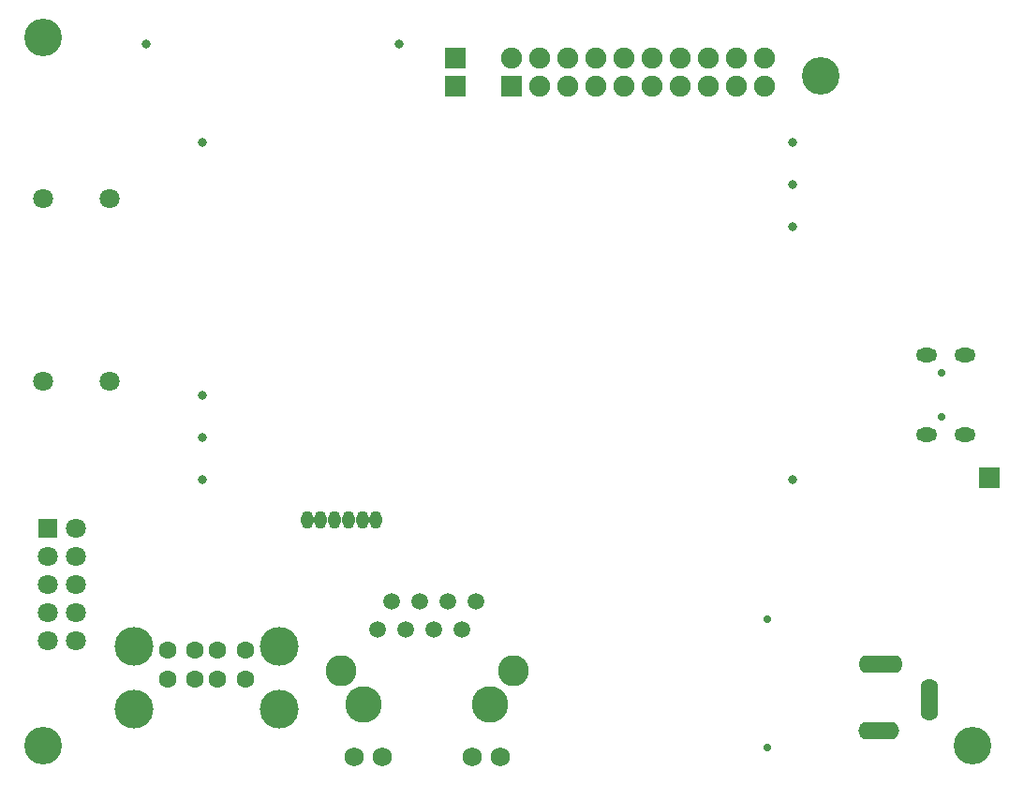
<source format=gbr>
%TF.GenerationSoftware,KiCad,Pcbnew,5.1.6-c6e7f7d~87~ubuntu18.04.1*%
%TF.CreationDate,2021-01-15T14:59:15+02:00*%
%TF.ProjectId,STMP1(A13)-SOM-EVB_Rev_B,53544d50-3128-4413-9133-292d534f4d2d,B*%
%TF.SameCoordinates,Original*%
%TF.FileFunction,Soldermask,Bot*%
%TF.FilePolarity,Negative*%
%FSLAX46Y46*%
G04 Gerber Fmt 4.6, Leading zero omitted, Abs format (unit mm)*
G04 Created by KiCad (PCBNEW 5.1.6-c6e7f7d~87~ubuntu18.04.1) date 2021-01-15 14:59:15*
%MOMM*%
%LPD*%
G01*
G04 APERTURE LIST*
%ADD10C,3.501600*%
%ADD11C,1.601600*%
%ADD12C,0.801600*%
%ADD13C,0.701600*%
%ADD14C,1.801600*%
%ADD15C,1.511600*%
%ADD16C,1.751600*%
%ADD17C,2.801600*%
%ADD18C,3.301600*%
%ADD19O,4.001600X1.601600*%
%ADD20O,3.701600X1.601600*%
%ADD21O,1.601600X3.801600*%
%ADD22R,1.801600X1.801600*%
%ADD23C,3.401601*%
%ADD24C,1.901600*%
%ADD25R,1.851600X1.851600*%
%ADD26O,1.901600X1.301600*%
%ADD27O,1.101600X1.601600*%
%ADD28R,1.879600X1.879600*%
G04 APERTURE END LIST*
D10*
%TO.C,USB_HOST1*%
X113175000Y-90000000D03*
X126315000Y-90000000D03*
X126315000Y-95700000D03*
X113175000Y-95700000D03*
D11*
X123245000Y-93000000D03*
X120745000Y-93000000D03*
X118745000Y-93000000D03*
X116245000Y-93000000D03*
X123245000Y-90380000D03*
X120745000Y-90380000D03*
X118745000Y-90380000D03*
X116245000Y-90380000D03*
%TD*%
D12*
%TO.C,GPIO-3*%
X119380000Y-74930000D03*
X119380000Y-71120000D03*
%TD*%
%TO.C,GPIO-2*%
X172720000Y-44450000D03*
X172720000Y-48260000D03*
%TD*%
%TO.C,LCD_TR1*%
X119380000Y-67310000D03*
X119380000Y-44450000D03*
%TD*%
%TO.C,GPIO-1*%
X172720000Y-74929999D03*
X172720000Y-52069999D03*
%TD*%
D13*
%TO.C,Flash_Con1*%
X170410000Y-99145000D03*
X170410000Y-87545000D03*
%TD*%
D14*
%TO.C,HEADPHONES1*%
X111000000Y-66040000D03*
X105000000Y-66040000D03*
%TD*%
D15*
%TO.C,LAN1*%
X135245000Y-88550000D03*
X136515000Y-86010000D03*
X137785000Y-88550000D03*
X139055000Y-86010000D03*
X140325000Y-88550000D03*
X141595000Y-86010000D03*
X142865000Y-88550000D03*
X144135000Y-86010000D03*
D16*
X143770000Y-99998500D03*
X133090000Y-99998500D03*
D17*
X131900000Y-92200000D03*
X147500000Y-92200000D03*
D16*
X146310000Y-99998500D03*
X135630000Y-99998500D03*
D18*
X133985000Y-95250000D03*
X145415000Y-95250000D03*
%TD*%
D14*
%TO.C,MICROPHONE1*%
X105000000Y-49530000D03*
X111000000Y-49530000D03*
%TD*%
D19*
%TO.C,PWR1*%
X180670000Y-91636000D03*
D20*
X180520000Y-97636000D03*
D21*
X185120000Y-94890000D03*
%TD*%
D22*
%TO.C,UEXT1*%
X105410000Y-79375000D03*
D14*
X107950000Y-79375000D03*
X105410000Y-81915000D03*
X107950000Y-81915000D03*
X105410000Y-84455000D03*
X107950000Y-84455000D03*
X105410000Y-86995000D03*
X107950000Y-86995000D03*
X105410000Y-89535000D03*
X107950000Y-89535000D03*
%TD*%
D23*
%TO.C,MH1*%
X105000000Y-99000000D03*
%TD*%
%TO.C,MH2*%
X105000000Y-35000000D03*
%TD*%
%TO.C,MH3*%
X175260000Y-38481000D03*
%TD*%
%TO.C,MH4*%
X189000000Y-99000000D03*
%TD*%
D24*
%TO.C,EXT1*%
X170180000Y-39370000D03*
X170180000Y-36830000D03*
X167640000Y-39370000D03*
X167640000Y-36830000D03*
X165100000Y-39370000D03*
X165100000Y-36830000D03*
X162560000Y-39370000D03*
X162560000Y-36830000D03*
X160020000Y-39370000D03*
X160020000Y-36830000D03*
X157480000Y-36830000D03*
X157480000Y-39370000D03*
X154940000Y-36830000D03*
X154940000Y-39370000D03*
X152400000Y-36830000D03*
X152400000Y-39370000D03*
X149860000Y-36830000D03*
X149860000Y-39370000D03*
X147320000Y-36830000D03*
D25*
X147320000Y-39370000D03*
%TD*%
D12*
%TO.C,LCD1*%
X137160000Y-35560000D03*
X114300000Y-35560000D03*
%TD*%
D13*
%TO.C,USB-OTG1*%
X186187000Y-69310000D03*
X186187000Y-65310000D03*
D26*
X188337000Y-70910000D03*
X184867000Y-70910000D03*
X184867000Y-63710000D03*
X188337000Y-63710000D03*
%TD*%
D27*
%TO.C,PGM1*%
X128828000Y-78613000D03*
X130078000Y-78613000D03*
X131328000Y-78613000D03*
X132578000Y-78613000D03*
X133828000Y-78613000D03*
X135078000Y-78613000D03*
%TD*%
D28*
%TO.C,GND1*%
X190500000Y-74803000D03*
%TD*%
%TO.C,ADC1_IN10*%
X142240000Y-39370000D03*
%TD*%
%TO.C,PH6*%
X142240000Y-36830000D03*
%TD*%
M02*

</source>
